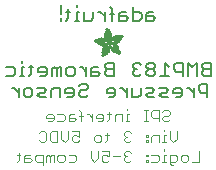
<source format=gbr>
G04 EAGLE Gerber RS-274X export*
G75*
%MOMM*%
%FSLAX34Y34*%
%LPD*%
%INSilkscreen Bottom*%
%IPPOS*%
%AMOC8*
5,1,8,0,0,1.08239X$1,22.5*%
G01*
%ADD10C,0.152400*%
%ADD11C,0.101600*%
%ADD12C,0.127000*%
%ADD13R,0.034300X0.003800*%
%ADD14R,0.057200X0.003800*%
%ADD15R,0.076200X0.003800*%
%ADD16R,0.091400X0.003800*%
%ADD17R,0.102900X0.003800*%
%ADD18R,0.114300X0.003900*%
%ADD19R,0.129500X0.003800*%
%ADD20R,0.137200X0.003800*%
%ADD21R,0.144800X0.003800*%
%ADD22R,0.152400X0.003800*%
%ADD23R,0.160000X0.003800*%
%ADD24R,0.171500X0.003800*%
%ADD25R,0.175300X0.003800*%
%ADD26R,0.182900X0.003800*%
%ADD27R,0.190500X0.003800*%
%ADD28R,0.194300X0.003900*%
%ADD29R,0.201900X0.003800*%
%ADD30R,0.209500X0.003800*%
%ADD31R,0.213400X0.003800*%
%ADD32R,0.221000X0.003800*%
%ADD33R,0.224800X0.003800*%
%ADD34R,0.232400X0.003800*%
%ADD35R,0.240000X0.003800*%
%ADD36R,0.243800X0.003800*%
%ADD37R,0.247600X0.003800*%
%ADD38R,0.255300X0.003900*%
%ADD39R,0.259100X0.003800*%
%ADD40R,0.262900X0.003800*%
%ADD41R,0.270500X0.003800*%
%ADD42R,0.274300X0.003800*%
%ADD43R,0.281900X0.003800*%
%ADD44R,0.285700X0.003800*%
%ADD45R,0.289500X0.003800*%
%ADD46R,0.297200X0.003800*%
%ADD47R,0.301000X0.003800*%
%ADD48R,0.304800X0.003900*%
%ADD49R,0.312400X0.003800*%
%ADD50R,0.316200X0.003800*%
%ADD51R,0.320000X0.003800*%
%ADD52R,0.327600X0.003800*%
%ADD53R,0.331500X0.003800*%
%ADD54R,0.339100X0.003800*%
%ADD55R,0.342900X0.003800*%
%ADD56R,0.346700X0.003800*%
%ADD57R,0.354300X0.003800*%
%ADD58R,0.358100X0.003900*%
%ADD59R,0.361900X0.003800*%
%ADD60R,0.369600X0.003800*%
%ADD61R,0.373400X0.003800*%
%ADD62R,0.377200X0.003800*%
%ADD63R,0.384800X0.003800*%
%ADD64R,0.388600X0.003800*%
%ADD65R,0.396200X0.003800*%
%ADD66R,0.400000X0.003800*%
%ADD67R,0.403800X0.003800*%
%ADD68R,0.411500X0.003900*%
%ADD69R,0.415300X0.003800*%
%ADD70R,0.419100X0.003800*%
%ADD71R,0.045700X0.003800*%
%ADD72R,0.426700X0.003800*%
%ADD73R,0.072400X0.003800*%
%ADD74R,0.430500X0.003800*%
%ADD75R,0.095300X0.003800*%
%ADD76R,0.438100X0.003800*%
%ADD77R,0.110500X0.003800*%
%ADD78R,0.441900X0.003800*%
%ADD79R,0.445800X0.003800*%
%ADD80R,0.144700X0.003800*%
%ADD81R,0.453400X0.003800*%
%ADD82R,0.457200X0.003800*%
%ADD83R,0.175300X0.003900*%
%ADD84R,0.461000X0.003900*%
%ADD85R,0.468600X0.003800*%
%ADD86R,0.205800X0.003800*%
%ADD87R,0.472400X0.003800*%
%ADD88R,0.217200X0.003800*%
%ADD89R,0.476200X0.003800*%
%ADD90R,0.483900X0.003800*%
%ADD91R,0.247700X0.003800*%
%ADD92R,0.487700X0.003800*%
%ADD93R,0.495300X0.003800*%
%ADD94R,0.499100X0.003800*%
%ADD95R,0.502900X0.003800*%
%ADD96R,0.510500X0.003800*%
%ADD97R,0.308600X0.003900*%
%ADD98R,0.514300X0.003900*%
%ADD99R,0.323800X0.003800*%
%ADD100R,0.518100X0.003800*%
%ADD101R,0.335300X0.003800*%
%ADD102R,0.525800X0.003800*%
%ADD103R,0.529600X0.003800*%
%ADD104R,0.358100X0.003800*%
%ADD105R,0.533400X0.003800*%
%ADD106R,0.537200X0.003800*%
%ADD107R,0.381000X0.003800*%
%ADD108R,0.544800X0.003800*%
%ADD109R,0.392400X0.003800*%
%ADD110R,0.548600X0.003800*%
%ADD111R,0.552400X0.003800*%
%ADD112R,0.556200X0.003800*%
%ADD113R,0.422900X0.003900*%
%ADD114R,0.560100X0.003900*%
%ADD115R,0.434300X0.003800*%
%ADD116R,0.563900X0.003800*%
%ADD117R,0.567700X0.003800*%
%ADD118R,0.461000X0.003800*%
%ADD119R,0.571500X0.003800*%
%ADD120R,0.575300X0.003800*%
%ADD121R,0.480100X0.003800*%
%ADD122R,0.579100X0.003800*%
%ADD123R,0.491500X0.003800*%
%ADD124R,0.582900X0.003800*%
%ADD125R,0.586700X0.003800*%
%ADD126R,0.510600X0.003800*%
%ADD127R,0.590500X0.003800*%
%ADD128R,0.522000X0.003800*%
%ADD129R,0.594300X0.003800*%
%ADD130R,0.533400X0.003900*%
%ADD131R,0.598200X0.003900*%
%ADD132R,0.541000X0.003800*%
%ADD133R,0.602000X0.003800*%
%ADD134R,0.552500X0.003800*%
%ADD135R,0.605800X0.003800*%
%ADD136R,0.560100X0.003800*%
%ADD137R,0.609600X0.003800*%
%ADD138R,0.613400X0.003800*%
%ADD139R,0.583000X0.003800*%
%ADD140R,0.617200X0.003800*%
%ADD141R,0.594400X0.003800*%
%ADD142R,0.621000X0.003800*%
%ADD143R,0.598200X0.003800*%
%ADD144R,0.624800X0.003800*%
%ADD145R,0.613500X0.003900*%
%ADD146R,0.628600X0.003900*%
%ADD147R,0.632400X0.003800*%
%ADD148R,0.628600X0.003800*%
%ADD149R,0.636300X0.003800*%
%ADD150R,0.640100X0.003800*%
%ADD151R,0.636200X0.003800*%
%ADD152R,0.643900X0.003800*%
%ADD153R,0.647700X0.003800*%
%ADD154R,0.651500X0.003800*%
%ADD155R,0.659100X0.003800*%
%ADD156R,0.659100X0.003900*%
%ADD157R,0.655300X0.003900*%
%ADD158R,0.662900X0.003800*%
%ADD159R,0.655300X0.003800*%
%ADD160R,0.670500X0.003800*%
%ADD161R,0.670600X0.003800*%
%ADD162R,0.674400X0.003800*%
%ADD163R,0.682000X0.003800*%
%ADD164R,0.666700X0.003800*%
%ADD165R,0.685800X0.003800*%
%ADD166R,0.689600X0.003800*%
%ADD167R,0.693400X0.003900*%
%ADD168R,0.674400X0.003900*%
%ADD169R,0.697200X0.003800*%
%ADD170R,0.678200X0.003800*%
%ADD171R,0.697300X0.003800*%
%ADD172R,0.701100X0.003800*%
%ADD173R,0.704900X0.003800*%
%ADD174R,0.708700X0.003800*%
%ADD175R,0.712500X0.003800*%
%ADD176R,0.716300X0.003800*%
%ADD177R,0.720100X0.003900*%
%ADD178R,0.689600X0.003900*%
%ADD179R,0.720000X0.003800*%
%ADD180R,0.693400X0.003800*%
%ADD181R,0.723900X0.003800*%
%ADD182R,0.727700X0.003800*%
%ADD183R,0.731500X0.003800*%
%ADD184R,0.701000X0.003800*%
%ADD185R,0.735300X0.003800*%
%ADD186R,0.731500X0.003900*%
%ADD187R,0.701000X0.003900*%
%ADD188R,0.704800X0.003800*%
%ADD189R,0.739100X0.003800*%
%ADD190R,0.743000X0.003800*%
%ADD191R,0.739200X0.003800*%
%ADD192R,0.743000X0.003900*%
%ADD193R,0.704800X0.003900*%
%ADD194R,0.746800X0.003800*%
%ADD195R,0.746800X0.003900*%
%ADD196R,0.742900X0.003800*%
%ADD197R,0.746700X0.003800*%
%ADD198R,0.746700X0.003900*%
%ADD199R,1.428800X0.003800*%
%ADD200R,1.424900X0.003800*%
%ADD201R,1.421100X0.003900*%
%ADD202R,1.421100X0.003800*%
%ADD203R,1.417300X0.003800*%
%ADD204R,1.413500X0.003800*%
%ADD205R,1.409700X0.003800*%
%ADD206R,1.405900X0.003800*%
%ADD207R,1.402100X0.003800*%
%ADD208R,1.398300X0.003800*%
%ADD209R,0.983000X0.003900*%
%ADD210R,0.384800X0.003900*%
%ADD211R,0.971600X0.003800*%
%ADD212R,0.963900X0.003800*%
%ADD213R,0.956300X0.003800*%
%ADD214R,0.365800X0.003800*%
%ADD215R,0.952500X0.003800*%
%ADD216R,0.941000X0.003800*%
%ADD217R,0.358200X0.003800*%
%ADD218R,0.937200X0.003800*%
%ADD219R,0.933400X0.003800*%
%ADD220R,0.354400X0.003800*%
%ADD221R,0.925800X0.003800*%
%ADD222R,0.350500X0.003800*%
%ADD223R,0.922000X0.003800*%
%ADD224R,0.918200X0.003900*%
%ADD225R,0.346700X0.003900*%
%ADD226R,0.910600X0.003800*%
%ADD227R,0.906800X0.003800*%
%ADD228R,0.903000X0.003800*%
%ADD229R,0.339000X0.003800*%
%ADD230R,0.895300X0.003800*%
%ADD231R,0.335200X0.003800*%
%ADD232R,0.887700X0.003800*%
%ADD233R,0.883900X0.003800*%
%ADD234R,0.331400X0.003800*%
%ADD235R,0.880100X0.003800*%
%ADD236R,0.876300X0.003800*%
%ADD237R,0.468600X0.003900*%
%ADD238R,0.396200X0.003900*%
%ADD239R,0.323800X0.003900*%
%ADD240R,0.449600X0.003800*%
%ADD241R,0.323900X0.003800*%
%ADD242R,0.442000X0.003800*%
%ADD243R,0.434400X0.003800*%
%ADD244R,0.320100X0.003800*%
%ADD245R,0.316300X0.003800*%
%ADD246R,0.426800X0.003800*%
%ADD247R,0.327700X0.003800*%
%ADD248R,0.312500X0.003800*%
%ADD249R,0.422900X0.003800*%
%ADD250R,0.308600X0.003800*%
%ADD251R,0.293400X0.003800*%
%ADD252R,0.304800X0.003800*%
%ADD253R,0.419100X0.003900*%
%ADD254R,0.285700X0.003900*%
%ADD255R,0.301000X0.003900*%
%ADD256R,0.411500X0.003800*%
%ADD257R,0.407700X0.003800*%
%ADD258R,0.289600X0.003800*%
%ADD259R,0.285800X0.003800*%
%ADD260R,0.403900X0.003800*%
%ADD261R,0.228600X0.003800*%
%ADD262R,0.403900X0.003900*%
%ADD263R,0.221000X0.003900*%
%ADD264R,0.278100X0.003900*%
%ADD265R,0.400100X0.003800*%
%ADD266R,0.209600X0.003800*%
%ADD267R,0.266700X0.003800*%
%ADD268R,0.038100X0.003800*%
%ADD269R,0.194300X0.003800*%
%ADD270R,0.148600X0.003800*%
%ADD271R,0.259000X0.003800*%
%ADD272R,0.182800X0.003800*%
%ADD273R,0.186700X0.003800*%
%ADD274R,0.251400X0.003800*%
%ADD275R,0.179100X0.003800*%
%ADD276R,0.236200X0.003800*%
%ADD277R,0.243900X0.003900*%
%ADD278R,0.282000X0.003900*%
%ADD279R,0.167700X0.003800*%
%ADD280R,0.236300X0.003800*%
%ADD281R,0.396300X0.003800*%
%ADD282R,0.163900X0.003800*%
%ADD283R,0.392500X0.003800*%
%ADD284R,0.160100X0.003800*%
%ADD285R,0.586800X0.003800*%
%ADD286R,0.148500X0.003800*%
%ADD287R,0.140900X0.003800*%
%ADD288R,0.392400X0.003900*%
%ADD289R,0.140900X0.003900*%
%ADD290R,0.647700X0.003900*%
%ADD291R,0.133300X0.003800*%
%ADD292R,0.674300X0.003800*%
%ADD293R,0.388700X0.003800*%
%ADD294R,0.125700X0.003800*%
%ADD295R,0.121900X0.003800*%
%ADD296R,0.720100X0.003800*%
%ADD297R,0.118100X0.003800*%
%ADD298R,0.118100X0.003900*%
%ADD299R,0.739100X0.003900*%
%ADD300R,0.114300X0.003800*%
%ADD301R,0.754400X0.003800*%
%ADD302R,0.765800X0.003800*%
%ADD303R,0.773400X0.003800*%
%ADD304R,0.784800X0.003800*%
%ADD305R,0.118200X0.003800*%
%ADD306R,0.792500X0.003800*%
%ADD307R,0.803900X0.003800*%
%ADD308R,0.122000X0.003800*%
%ADD309R,0.815400X0.003800*%
%ADD310R,0.125800X0.003800*%
%ADD311R,0.826800X0.003800*%
%ADD312R,0.369500X0.003900*%
%ADD313R,0.133400X0.003900*%
%ADD314R,0.842000X0.003900*%
%ADD315R,0.365700X0.003800*%
%ADD316R,1.009700X0.003800*%
%ADD317R,1.013500X0.003800*%
%ADD318R,0.362000X0.003800*%
%ADD319R,1.024900X0.003800*%
%ADD320R,1.028700X0.003800*%
%ADD321R,1.036300X0.003800*%
%ADD322R,1.047800X0.003800*%
%ADD323R,1.055400X0.003800*%
%ADD324R,1.070600X0.003800*%
%ADD325R,0.030500X0.003800*%
%ADD326R,1.436400X0.003800*%
%ADD327R,1.562100X0.003900*%
%ADD328R,1.588700X0.003800*%
%ADD329R,1.607800X0.003800*%
%ADD330R,1.626900X0.003800*%
%ADD331R,1.642100X0.003800*%
%ADD332R,1.657400X0.003800*%
%ADD333R,1.676400X0.003800*%
%ADD334R,1.687800X0.003800*%
%ADD335R,1.703000X0.003800*%
%ADD336R,1.714500X0.003800*%
%ADD337R,1.726000X0.003900*%
%ADD338R,1.741200X0.003800*%
%ADD339R,0.914400X0.003800*%
%ADD340R,0.769600X0.003800*%
%ADD341R,0.884000X0.003800*%
%ADD342R,0.712400X0.003800*%
%ADD343R,0.880100X0.003900*%
%ADD344R,0.887800X0.003800*%
%ADD345R,0.891600X0.003800*%
%ADD346R,0.895400X0.003800*%
%ADD347R,0.251500X0.003800*%
%ADD348R,0.579200X0.003900*%
%ADD349R,0.243900X0.003800*%
%ADD350R,0.556300X0.003800*%
%ADD351R,0.255200X0.003800*%
%ADD352R,0.529500X0.003800*%
%ADD353R,0.731600X0.003800*%
%ADD354R,0.525800X0.003900*%
%ADD355R,0.281900X0.003900*%
%ADD356R,0.735400X0.003900*%
%ADD357R,0.300900X0.003800*%
%ADD358R,0.762000X0.003800*%
%ADD359R,0.518200X0.003800*%
%ADD360R,0.350600X0.003800*%
%ADD361R,0.796300X0.003800*%
%ADD362R,0.807800X0.003800*%
%ADD363R,0.506700X0.003800*%
%ADD364R,0.849600X0.003800*%
%ADD365R,0.506700X0.003900*%
%ADD366R,1.371600X0.003900*%
%ADD367R,1.207800X0.003800*%
%ADD368R,0.503000X0.003800*%
%ADD369R,0.141000X0.003800*%
%ADD370R,1.203900X0.003800*%
%ADD371R,1.204000X0.003800*%
%ADD372R,1.200200X0.003800*%
%ADD373R,0.499100X0.003900*%
%ADD374R,0.156200X0.003900*%
%ADD375R,1.196400X0.003900*%
%ADD376R,1.196400X0.003800*%
%ADD377R,0.163800X0.003800*%
%ADD378R,0.167600X0.003800*%
%ADD379R,1.192500X0.003800*%
%ADD380R,0.499200X0.003800*%
%ADD381R,1.188700X0.003800*%
%ADD382R,0.506800X0.003800*%
%ADD383R,1.184900X0.003800*%
%ADD384R,0.510600X0.003900*%
%ADD385R,0.209600X0.003900*%
%ADD386R,1.181100X0.003900*%
%ADD387R,0.514400X0.003800*%
%ADD388R,1.181100X0.003800*%
%ADD389R,1.177300X0.003800*%
%ADD390R,0.240100X0.003800*%
%ADD391R,1.173500X0.003800*%
%ADD392R,1.169700X0.003800*%
%ADD393R,1.165900X0.003800*%
%ADD394R,1.162100X0.003800*%
%ADD395R,0.929700X0.003900*%
%ADD396R,1.162100X0.003900*%
%ADD397R,0.929700X0.003800*%
%ADD398R,1.154500X0.003800*%
%ADD399R,0.933500X0.003800*%
%ADD400R,1.150600X0.003800*%
%ADD401R,0.937300X0.003800*%
%ADD402R,1.146800X0.003800*%
%ADD403R,0.941100X0.003800*%
%ADD404R,1.139200X0.003800*%
%ADD405R,0.944900X0.003800*%
%ADD406R,1.135400X0.003800*%
%ADD407R,0.948700X0.003800*%
%ADD408R,1.127800X0.003800*%
%ADD409R,1.124000X0.003800*%
%ADD410R,1.116400X0.003800*%
%ADD411R,0.956300X0.003900*%
%ADD412R,1.104900X0.003900*%
%ADD413R,0.960100X0.003800*%
%ADD414R,1.093500X0.003800*%
%ADD415R,1.085900X0.003800*%
%ADD416R,0.967800X0.003800*%
%ADD417R,1.074500X0.003800*%
%ADD418R,1.063000X0.003800*%
%ADD419R,0.975400X0.003800*%
%ADD420R,1.036400X0.003800*%
%ADD421R,0.979200X0.003800*%
%ADD422R,1.021000X0.003800*%
%ADD423R,0.983000X0.003800*%
%ADD424R,1.009600X0.003800*%
%ADD425R,0.986800X0.003800*%
%ADD426R,0.998200X0.003800*%
%ADD427R,0.990600X0.003900*%
%ADD428R,0.986700X0.003900*%
%ADD429R,0.994400X0.003800*%
%ADD430R,0.975300X0.003800*%
%ADD431R,0.948600X0.003800*%
%ADD432R,1.002000X0.003800*%
%ADD433R,0.213300X0.003800*%
%ADD434R,0.217100X0.003800*%
%ADD435R,1.017300X0.003800*%
%ADD436R,0.666800X0.003800*%
%ADD437R,0.220900X0.003800*%
%ADD438R,1.028700X0.003900*%
%ADD439R,0.224700X0.003900*%
%ADD440R,1.032500X0.003800*%
%ADD441R,1.040100X0.003800*%
%ADD442R,1.043900X0.003800*%
%ADD443R,0.548700X0.003800*%
%ADD444R,1.051500X0.003800*%
%ADD445R,1.055300X0.003800*%
%ADD446R,1.059100X0.003800*%
%ADD447R,1.062900X0.003800*%
%ADD448R,0.255300X0.003800*%
%ADD449R,1.066800X0.003900*%
%ADD450R,0.259100X0.003900*%
%ADD451R,0.457200X0.003900*%
%ADD452R,0.423000X0.003800*%
%ADD453R,1.082100X0.003800*%
%ADD454R,0.274400X0.003800*%
%ADD455R,0.278200X0.003800*%
%ADD456R,1.101100X0.003800*%
%ADD457R,0.278100X0.003800*%
%ADD458R,0.876300X0.003900*%
%ADD459R,0.236200X0.003900*%
%ADD460R,0.289600X0.003900*%
%ADD461R,0.247700X0.003900*%
%ADD462R,0.049500X0.003800*%
%ADD463R,0.640100X0.003900*%
%ADD464R,0.659200X0.003800*%
%ADD465R,0.663000X0.003800*%
%ADD466R,0.872500X0.003900*%
%ADD467R,0.666800X0.003900*%
%ADD468R,0.872500X0.003800*%
%ADD469R,0.868700X0.003800*%
%ADD470R,0.864900X0.003800*%
%ADD471R,0.861100X0.003800*%
%ADD472R,0.857300X0.003800*%
%ADD473R,0.853400X0.003800*%
%ADD474R,0.845800X0.003800*%
%ADD475R,0.682000X0.003900*%
%ADD476R,0.842000X0.003800*%
%ADD477R,0.834400X0.003800*%
%ADD478R,0.823000X0.003800*%
%ADD479R,0.815300X0.003800*%
%ADD480R,0.811500X0.003800*%
%ADD481R,0.788700X0.003800*%
%ADD482R,0.777300X0.003900*%
%ADD483R,0.750600X0.003800*%
%ADD484R,0.735400X0.003800*%
%ADD485R,0.727800X0.003800*%
%ADD486R,0.628700X0.003800*%
%ADD487R,0.575400X0.003800*%
%ADD488R,0.670600X0.003900*%
%ADD489R,0.655400X0.003800*%
%ADD490R,0.651500X0.003900*%
%ADD491R,0.624800X0.003900*%
%ADD492R,0.594400X0.003900*%
%ADD493R,0.563900X0.003900*%
%ADD494R,0.541100X0.003800*%
%ADD495R,0.537300X0.003800*%
%ADD496R,0.525700X0.003800*%
%ADD497R,0.525700X0.003900*%
%ADD498R,0.514300X0.003800*%
%ADD499R,0.480100X0.003900*%
%ADD500R,0.464800X0.003800*%
%ADD501R,0.442000X0.003900*%
%ADD502R,0.438200X0.003800*%
%ADD503R,0.430600X0.003800*%
%ADD504R,0.407600X0.003800*%
%ADD505R,0.403800X0.003900*%
%ADD506R,0.365700X0.003900*%
%ADD507R,0.327700X0.003900*%
%ADD508R,0.243800X0.003900*%
%ADD509R,0.205800X0.003900*%
%ADD510R,0.198100X0.003800*%
%ADD511R,0.163800X0.003900*%
%ADD512R,0.137100X0.003800*%
%ADD513R,0.091500X0.003900*%
%ADD514R,0.060900X0.003800*%


D10*
X175547Y111252D02*
X175547Y122438D01*
X169955Y122438D01*
X168090Y120573D01*
X168090Y118709D01*
X169955Y116845D01*
X168090Y114981D01*
X168090Y113116D01*
X169955Y111252D01*
X175547Y111252D01*
X175547Y116845D02*
X169955Y116845D01*
X163853Y111252D02*
X163853Y122438D01*
X160125Y118709D01*
X156396Y122438D01*
X156396Y111252D01*
X152160Y111252D02*
X152160Y122438D01*
X146567Y122438D01*
X144702Y120573D01*
X144702Y116845D01*
X146567Y114981D01*
X152160Y114981D01*
X140466Y118709D02*
X136737Y122438D01*
X136737Y111252D01*
X133009Y111252D02*
X140466Y111252D01*
X128772Y120573D02*
X126907Y122438D01*
X123179Y122438D01*
X121315Y120573D01*
X121315Y118709D01*
X123179Y116845D01*
X121315Y114981D01*
X121315Y113116D01*
X123179Y111252D01*
X126907Y111252D01*
X128772Y113116D01*
X128772Y114981D01*
X126907Y116845D01*
X128772Y118709D01*
X128772Y120573D01*
X126907Y116845D02*
X123179Y116845D01*
X117078Y120573D02*
X115213Y122438D01*
X111485Y122438D01*
X109621Y120573D01*
X109621Y118709D01*
X111485Y116845D01*
X113349Y116845D01*
X111485Y116845D02*
X109621Y114981D01*
X109621Y113116D01*
X111485Y111252D01*
X115213Y111252D01*
X117078Y113116D01*
X93690Y111252D02*
X93690Y122438D01*
X88097Y122438D01*
X86233Y120573D01*
X86233Y118709D01*
X88097Y116845D01*
X86233Y114981D01*
X86233Y113116D01*
X88097Y111252D01*
X93690Y111252D01*
X93690Y116845D02*
X88097Y116845D01*
X80131Y118709D02*
X76403Y118709D01*
X74539Y116845D01*
X74539Y111252D01*
X80131Y111252D01*
X81996Y113116D01*
X80131Y114981D01*
X74539Y114981D01*
X70302Y118709D02*
X70302Y111252D01*
X70302Y114981D02*
X66573Y118709D01*
X64709Y118709D01*
X58693Y111252D02*
X54964Y111252D01*
X53100Y113116D01*
X53100Y116845D01*
X54964Y118709D01*
X58693Y118709D01*
X60557Y116845D01*
X60557Y113116D01*
X58693Y111252D01*
X48863Y111252D02*
X48863Y118709D01*
X46999Y118709D01*
X45134Y116845D01*
X45134Y111252D01*
X45134Y116845D02*
X43270Y118709D01*
X41406Y116845D01*
X41406Y111252D01*
X35305Y111252D02*
X31576Y111252D01*
X35305Y111252D02*
X37169Y113116D01*
X37169Y116845D01*
X35305Y118709D01*
X31576Y118709D01*
X29712Y116845D01*
X29712Y114981D01*
X37169Y114981D01*
X23611Y113116D02*
X23611Y120573D01*
X23611Y113116D02*
X21746Y111252D01*
X21746Y118709D02*
X25475Y118709D01*
X17679Y118709D02*
X15815Y118709D01*
X15815Y111252D01*
X17679Y111252D02*
X13950Y111252D01*
X15815Y122438D02*
X15815Y124302D01*
X8019Y118709D02*
X2426Y118709D01*
X8019Y118709D02*
X9883Y116845D01*
X9883Y113116D01*
X8019Y111252D01*
X2426Y111252D01*
X172919Y104658D02*
X172919Y93472D01*
X172919Y104658D02*
X167327Y104658D01*
X165462Y102793D01*
X165462Y99065D01*
X167327Y97201D01*
X172919Y97201D01*
X161225Y100929D02*
X161225Y93472D01*
X161225Y97201D02*
X157497Y100929D01*
X155633Y100929D01*
X149616Y93472D02*
X145888Y93472D01*
X149616Y93472D02*
X151481Y95336D01*
X151481Y99065D01*
X149616Y100929D01*
X145888Y100929D01*
X144023Y99065D01*
X144023Y97201D01*
X151481Y97201D01*
X139787Y93472D02*
X134194Y93472D01*
X132330Y95336D01*
X134194Y97201D01*
X137922Y97201D01*
X139787Y99065D01*
X137922Y100929D01*
X132330Y100929D01*
X128093Y93472D02*
X122500Y93472D01*
X120636Y95336D01*
X122500Y97201D01*
X126228Y97201D01*
X128093Y99065D01*
X126228Y100929D01*
X120636Y100929D01*
X116399Y100929D02*
X116399Y95336D01*
X114534Y93472D01*
X108942Y93472D01*
X108942Y100929D01*
X104705Y100929D02*
X104705Y93472D01*
X104705Y97201D02*
X100976Y100929D01*
X99112Y100929D01*
X93095Y93472D02*
X89367Y93472D01*
X93095Y93472D02*
X94960Y95336D01*
X94960Y99065D01*
X93095Y100929D01*
X89367Y100929D01*
X87503Y99065D01*
X87503Y97201D01*
X94960Y97201D01*
X65979Y104658D02*
X64115Y102793D01*
X65979Y104658D02*
X69707Y104658D01*
X71572Y102793D01*
X71572Y100929D01*
X69707Y99065D01*
X65979Y99065D01*
X64115Y97201D01*
X64115Y95336D01*
X65979Y93472D01*
X69707Y93472D01*
X71572Y95336D01*
X58014Y93472D02*
X54285Y93472D01*
X58014Y93472D02*
X59878Y95336D01*
X59878Y99065D01*
X58014Y100929D01*
X54285Y100929D01*
X52421Y99065D01*
X52421Y97201D01*
X59878Y97201D01*
X48184Y100929D02*
X48184Y93472D01*
X48184Y100929D02*
X42591Y100929D01*
X40727Y99065D01*
X40727Y93472D01*
X36490Y93472D02*
X30897Y93472D01*
X29033Y95336D01*
X30897Y97201D01*
X34626Y97201D01*
X36490Y99065D01*
X34626Y100929D01*
X29033Y100929D01*
X22932Y93472D02*
X19203Y93472D01*
X17339Y95336D01*
X17339Y99065D01*
X19203Y100929D01*
X22932Y100929D01*
X24796Y99065D01*
X24796Y95336D01*
X22932Y93472D01*
X13102Y93472D02*
X13102Y100929D01*
X13102Y97201D02*
X9373Y100929D01*
X7509Y100929D01*
D11*
X147151Y64270D02*
X147151Y58169D01*
X144101Y55118D01*
X141050Y58169D01*
X141050Y64270D01*
X137796Y61219D02*
X136271Y61219D01*
X136271Y55118D01*
X137796Y55118D02*
X134745Y55118D01*
X136271Y64270D02*
X136271Y65795D01*
X131559Y61219D02*
X131559Y55118D01*
X131559Y61219D02*
X126983Y61219D01*
X125458Y59694D01*
X125458Y55118D01*
X122204Y61219D02*
X120679Y61219D01*
X120679Y59694D01*
X122204Y59694D01*
X122204Y61219D01*
X122204Y56643D02*
X120679Y56643D01*
X120679Y55118D01*
X122204Y55118D01*
X122204Y56643D01*
X108171Y62745D02*
X106646Y64270D01*
X103595Y64270D01*
X102070Y62745D01*
X102070Y61219D01*
X103595Y59694D01*
X105121Y59694D01*
X103595Y59694D02*
X102070Y58169D01*
X102070Y56643D01*
X103595Y55118D01*
X106646Y55118D01*
X108171Y56643D01*
X87936Y56643D02*
X87936Y62745D01*
X87936Y56643D02*
X86410Y55118D01*
X86410Y61219D02*
X89461Y61219D01*
X81699Y55118D02*
X78648Y55118D01*
X77123Y56643D01*
X77123Y59694D01*
X78648Y61219D01*
X81699Y61219D01*
X83224Y59694D01*
X83224Y56643D01*
X81699Y55118D01*
X64514Y64270D02*
X58413Y64270D01*
X64514Y64270D02*
X64514Y59694D01*
X61463Y61219D01*
X59938Y61219D01*
X58413Y59694D01*
X58413Y56643D01*
X59938Y55118D01*
X62988Y55118D01*
X64514Y56643D01*
X55159Y58169D02*
X55159Y64270D01*
X55159Y58169D02*
X52108Y55118D01*
X49057Y58169D01*
X49057Y64270D01*
X45803Y64270D02*
X45803Y55118D01*
X41227Y55118D01*
X39702Y56643D01*
X39702Y62745D01*
X41227Y64270D01*
X45803Y64270D01*
X31872Y64270D02*
X30347Y62745D01*
X31872Y64270D02*
X34923Y64270D01*
X36448Y62745D01*
X36448Y56643D01*
X34923Y55118D01*
X31872Y55118D01*
X30347Y56643D01*
X165862Y47760D02*
X165862Y38608D01*
X159760Y38608D01*
X154981Y38608D02*
X151930Y38608D01*
X150405Y40133D01*
X150405Y43184D01*
X151930Y44709D01*
X154981Y44709D01*
X156506Y43184D01*
X156506Y40133D01*
X154981Y38608D01*
X144101Y35557D02*
X142575Y35557D01*
X141050Y37083D01*
X141050Y44709D01*
X145626Y44709D01*
X147151Y43184D01*
X147151Y40133D01*
X145626Y38608D01*
X141050Y38608D01*
X137796Y44709D02*
X136271Y44709D01*
X136271Y38608D01*
X137796Y38608D02*
X134745Y38608D01*
X136271Y47760D02*
X136271Y49285D01*
X130034Y44709D02*
X125458Y44709D01*
X130034Y44709D02*
X131559Y43184D01*
X131559Y40133D01*
X130034Y38608D01*
X125458Y38608D01*
X122204Y44709D02*
X120679Y44709D01*
X120679Y43184D01*
X122204Y43184D01*
X122204Y44709D01*
X122204Y40133D02*
X120679Y40133D01*
X120679Y38608D01*
X122204Y38608D01*
X122204Y40133D01*
X108171Y46235D02*
X106646Y47760D01*
X103595Y47760D01*
X102070Y46235D01*
X102070Y44709D01*
X103595Y43184D01*
X105121Y43184D01*
X103595Y43184D02*
X102070Y41659D01*
X102070Y40133D01*
X103595Y38608D01*
X106646Y38608D01*
X108171Y40133D01*
X98816Y43184D02*
X92715Y43184D01*
X89461Y47760D02*
X83360Y47760D01*
X89461Y47760D02*
X89461Y43184D01*
X86410Y44709D01*
X84885Y44709D01*
X83360Y43184D01*
X83360Y40133D01*
X84885Y38608D01*
X87936Y38608D01*
X89461Y40133D01*
X80106Y41659D02*
X80106Y47760D01*
X80106Y41659D02*
X77055Y38608D01*
X74005Y41659D01*
X74005Y47760D01*
X59870Y44709D02*
X55294Y44709D01*
X59870Y44709D02*
X61395Y43184D01*
X61395Y40133D01*
X59870Y38608D01*
X55294Y38608D01*
X50515Y38608D02*
X47464Y38608D01*
X45939Y40133D01*
X45939Y43184D01*
X47464Y44709D01*
X50515Y44709D01*
X52040Y43184D01*
X52040Y40133D01*
X50515Y38608D01*
X42685Y38608D02*
X42685Y44709D01*
X41160Y44709D01*
X39634Y43184D01*
X39634Y38608D01*
X39634Y43184D02*
X38109Y44709D01*
X36584Y43184D01*
X36584Y38608D01*
X33330Y35557D02*
X33330Y44709D01*
X28754Y44709D01*
X27229Y43184D01*
X27229Y40133D01*
X28754Y38608D01*
X33330Y38608D01*
X22449Y44709D02*
X19399Y44709D01*
X17873Y43184D01*
X17873Y38608D01*
X22449Y38608D01*
X23975Y40133D01*
X22449Y41659D01*
X17873Y41659D01*
X13094Y40133D02*
X13094Y46235D01*
X13094Y40133D02*
X11569Y38608D01*
X11569Y44709D02*
X14619Y44709D01*
D12*
X123185Y165742D02*
X126998Y165742D01*
X123185Y165742D02*
X121279Y163835D01*
X121279Y158115D01*
X126998Y158115D01*
X128905Y160022D01*
X126998Y161928D01*
X121279Y161928D01*
X109585Y158115D02*
X109585Y169555D01*
X109585Y158115D02*
X115304Y158115D01*
X117211Y160022D01*
X117211Y163835D01*
X115304Y165742D01*
X109585Y165742D01*
X103610Y165742D02*
X99797Y165742D01*
X97891Y163835D01*
X97891Y158115D01*
X103610Y158115D01*
X105517Y160022D01*
X103610Y161928D01*
X97891Y161928D01*
X91916Y158115D02*
X91916Y167648D01*
X90010Y169555D01*
X90010Y163835D02*
X93823Y163835D01*
X86027Y165742D02*
X86027Y158115D01*
X86027Y161928D02*
X82214Y165742D01*
X80307Y165742D01*
X76282Y165742D02*
X76282Y160022D01*
X74376Y158115D01*
X68656Y158115D01*
X68656Y165742D01*
X64588Y165742D02*
X62682Y165742D01*
X62682Y158115D01*
X64588Y158115D02*
X60775Y158115D01*
X62682Y169555D02*
X62682Y171461D01*
X54886Y167648D02*
X54886Y160022D01*
X52979Y158115D01*
X52979Y165742D02*
X56792Y165742D01*
X48996Y160022D02*
X48996Y158115D01*
X48996Y163835D02*
X48996Y171461D01*
D11*
X136338Y82050D02*
X134813Y80525D01*
X136338Y82050D02*
X139389Y82050D01*
X140914Y80525D01*
X140914Y78999D01*
X139389Y77474D01*
X136338Y77474D01*
X134813Y75949D01*
X134813Y74423D01*
X136338Y72898D01*
X139389Y72898D01*
X140914Y74423D01*
X131559Y72898D02*
X131559Y82050D01*
X126983Y82050D01*
X125458Y80525D01*
X125458Y77474D01*
X126983Y75949D01*
X131559Y75949D01*
X122204Y72898D02*
X119153Y72898D01*
X120679Y72898D02*
X120679Y82050D01*
X122204Y82050D02*
X119153Y82050D01*
X106612Y78999D02*
X105087Y78999D01*
X105087Y72898D01*
X106612Y72898D02*
X103561Y72898D01*
X105087Y82050D02*
X105087Y83575D01*
X100375Y78999D02*
X100375Y72898D01*
X100375Y78999D02*
X95799Y78999D01*
X94274Y77474D01*
X94274Y72898D01*
X89495Y74423D02*
X89495Y80525D01*
X89495Y74423D02*
X87969Y72898D01*
X87969Y78999D02*
X91020Y78999D01*
X83258Y72898D02*
X80207Y72898D01*
X83258Y72898D02*
X84783Y74423D01*
X84783Y77474D01*
X83258Y78999D01*
X80207Y78999D01*
X78682Y77474D01*
X78682Y75949D01*
X84783Y75949D01*
X75428Y72898D02*
X75428Y78999D01*
X75428Y75949D02*
X72378Y78999D01*
X70852Y78999D01*
X66107Y80525D02*
X66107Y72898D01*
X66107Y80525D02*
X64582Y82050D01*
X64582Y77474D02*
X67632Y77474D01*
X59870Y78999D02*
X56819Y78999D01*
X55294Y77474D01*
X55294Y72898D01*
X59870Y72898D01*
X61395Y74423D01*
X59870Y75949D01*
X55294Y75949D01*
X50515Y78999D02*
X45939Y78999D01*
X50515Y78999D02*
X52040Y77474D01*
X52040Y74423D01*
X50515Y72898D01*
X45939Y72898D01*
X41160Y72898D02*
X38109Y72898D01*
X41160Y72898D02*
X42685Y74423D01*
X42685Y77474D01*
X41160Y78999D01*
X38109Y78999D01*
X36584Y77474D01*
X36584Y75949D01*
X42685Y75949D01*
D13*
X84532Y127000D03*
D14*
X84531Y127038D03*
D15*
X84550Y127076D03*
D16*
X84550Y127114D03*
D17*
X84532Y127152D03*
D18*
X84551Y127191D03*
D19*
X84551Y127229D03*
D20*
X84550Y127267D03*
D21*
X84550Y127305D03*
D22*
X84588Y127343D03*
D23*
X84588Y127381D03*
D24*
X84608Y127419D03*
D25*
X84627Y127457D03*
D26*
X84627Y127495D03*
D27*
X84665Y127533D03*
D28*
X84684Y127572D03*
D29*
X84684Y127610D03*
D30*
X84722Y127648D03*
D31*
X84741Y127686D03*
D32*
X84779Y127724D03*
D33*
X84798Y127762D03*
D34*
X84798Y127800D03*
D35*
X84836Y127838D03*
D36*
X84855Y127876D03*
D37*
X84874Y127914D03*
D38*
X84913Y127953D03*
D39*
X84932Y127991D03*
D40*
X84951Y128029D03*
D41*
X84989Y128067D03*
D42*
X85008Y128105D03*
D43*
X85046Y128143D03*
D44*
X85065Y128181D03*
D45*
X85084Y128219D03*
D46*
X85122Y128257D03*
D47*
X85141Y128295D03*
D48*
X85160Y128334D03*
D49*
X85198Y128372D03*
D50*
X85217Y128410D03*
D51*
X85236Y128448D03*
D52*
X85274Y128486D03*
D53*
X85294Y128524D03*
D54*
X85332Y128562D03*
D55*
X85351Y128600D03*
D56*
X85370Y128638D03*
D57*
X85408Y128676D03*
D58*
X85427Y128715D03*
D59*
X85446Y128753D03*
D60*
X85484Y128791D03*
D61*
X85503Y128829D03*
D62*
X85522Y128867D03*
D63*
X85560Y128905D03*
D64*
X85579Y128943D03*
D65*
X85617Y128981D03*
D66*
X85636Y129019D03*
D67*
X85655Y129057D03*
D68*
X85694Y129096D03*
D69*
X85713Y129134D03*
D70*
X85732Y129172D03*
D71*
X98495Y129210D03*
D72*
X85770Y129210D03*
D73*
X98476Y129248D03*
D74*
X85789Y129248D03*
D75*
X98438Y129286D03*
D76*
X85827Y129286D03*
D77*
X98400Y129324D03*
D78*
X85846Y129324D03*
D19*
X98381Y129362D03*
D79*
X85865Y129362D03*
D80*
X98343Y129400D03*
D81*
X85903Y129400D03*
D23*
X98304Y129438D03*
D82*
X85922Y129438D03*
D83*
X98267Y129477D03*
D84*
X85941Y129477D03*
D27*
X98229Y129515D03*
D85*
X85979Y129515D03*
D86*
X98190Y129553D03*
D87*
X85998Y129553D03*
D88*
X98133Y129591D03*
D89*
X86017Y129591D03*
D34*
X98095Y129629D03*
D90*
X86056Y129629D03*
D91*
X98057Y129667D03*
D92*
X86075Y129667D03*
D39*
X98000Y129705D03*
D93*
X86113Y129705D03*
D42*
X97962Y129743D03*
D94*
X86132Y129743D03*
D44*
X97905Y129781D03*
D95*
X86151Y129781D03*
D46*
X97847Y129819D03*
D96*
X86189Y129819D03*
D97*
X97790Y129858D03*
D98*
X86208Y129858D03*
D99*
X97752Y129896D03*
D100*
X86227Y129896D03*
D101*
X97695Y129934D03*
D102*
X86265Y129934D03*
D56*
X97638Y129972D03*
D103*
X86284Y129972D03*
D104*
X97581Y130010D03*
D105*
X86303Y130010D03*
D60*
X97523Y130048D03*
D106*
X86322Y130048D03*
D107*
X97466Y130086D03*
D108*
X86360Y130086D03*
D109*
X97409Y130124D03*
D110*
X86379Y130124D03*
D67*
X97352Y130162D03*
D111*
X86398Y130162D03*
D69*
X97295Y130200D03*
D112*
X86417Y130200D03*
D113*
X97219Y130239D03*
D114*
X86437Y130239D03*
D115*
X97162Y130277D03*
D116*
X86456Y130277D03*
D79*
X97104Y130315D03*
D117*
X86475Y130315D03*
D118*
X97028Y130353D03*
D119*
X86494Y130353D03*
D87*
X96971Y130391D03*
D120*
X86513Y130391D03*
D121*
X96895Y130429D03*
D122*
X86532Y130429D03*
D123*
X96838Y130467D03*
D124*
X86551Y130467D03*
D95*
X96781Y130505D03*
D125*
X86570Y130505D03*
D126*
X96704Y130543D03*
D127*
X86589Y130543D03*
D128*
X96647Y130581D03*
D129*
X86608Y130581D03*
D130*
X96590Y130620D03*
D131*
X86627Y130620D03*
D132*
X96514Y130658D03*
D133*
X86646Y130658D03*
D134*
X96457Y130696D03*
D135*
X86665Y130696D03*
D136*
X96419Y130734D03*
D135*
X86665Y130734D03*
D119*
X96362Y130772D03*
D137*
X86684Y130772D03*
D120*
X96305Y130810D03*
D138*
X86703Y130810D03*
D139*
X96266Y130848D03*
D140*
X86722Y130848D03*
D141*
X96209Y130886D03*
D142*
X86741Y130886D03*
D143*
X96152Y130924D03*
D142*
X86741Y130924D03*
D135*
X96114Y130962D03*
D144*
X86760Y130962D03*
D145*
X96076Y131001D03*
D146*
X86779Y131001D03*
D138*
X96037Y131039D03*
D147*
X86798Y131039D03*
D142*
X95999Y131077D03*
D147*
X86798Y131077D03*
D148*
X95961Y131115D03*
D149*
X86818Y131115D03*
D147*
X95904Y131153D03*
D150*
X86837Y131153D03*
D151*
X95885Y131191D03*
D152*
X86856Y131191D03*
X95847Y131229D03*
X86856Y131229D03*
D153*
X95790Y131267D03*
X86875Y131267D03*
D154*
X95771Y131305D03*
X86894Y131305D03*
D155*
X95733Y131343D03*
D154*
X86894Y131343D03*
D156*
X95695Y131382D03*
D157*
X86913Y131382D03*
D158*
X95676Y131420D03*
D159*
X86913Y131420D03*
D160*
X95638Y131458D03*
D155*
X86932Y131458D03*
D161*
X95599Y131496D03*
D158*
X86951Y131496D03*
D162*
X95580Y131534D03*
D158*
X86951Y131534D03*
D163*
X95542Y131572D03*
D164*
X86970Y131572D03*
D163*
X95504Y131610D03*
D164*
X86970Y131610D03*
D165*
X95485Y131648D03*
D160*
X86989Y131648D03*
D166*
X95466Y131686D03*
D160*
X86989Y131686D03*
D166*
X95428Y131724D03*
D162*
X87008Y131724D03*
D167*
X95409Y131763D03*
D168*
X87008Y131763D03*
D169*
X95390Y131801D03*
D170*
X87027Y131801D03*
D171*
X95352Y131839D03*
D170*
X87027Y131839D03*
D172*
X95333Y131877D03*
D170*
X87027Y131877D03*
D173*
X95314Y131915D03*
D163*
X87046Y131915D03*
D173*
X95276Y131953D03*
D163*
X87046Y131953D03*
D174*
X95257Y131991D03*
D165*
X87065Y131991D03*
D175*
X95238Y132029D03*
D165*
X87065Y132029D03*
D175*
X95200Y132067D03*
D165*
X87065Y132067D03*
D176*
X95181Y132105D03*
D166*
X87084Y132105D03*
D177*
X95162Y132144D03*
D178*
X87084Y132144D03*
D179*
X95123Y132182D03*
D180*
X87103Y132182D03*
D181*
X95104Y132220D03*
D180*
X87103Y132220D03*
D181*
X95104Y132258D03*
D180*
X87103Y132258D03*
D181*
X95066Y132296D03*
D180*
X87103Y132296D03*
D182*
X95047Y132334D03*
D169*
X87122Y132334D03*
D183*
X95028Y132372D03*
D169*
X87122Y132372D03*
D182*
X95009Y132410D03*
D169*
X87122Y132410D03*
D183*
X94990Y132448D03*
D184*
X87141Y132448D03*
D185*
X94971Y132486D03*
D184*
X87141Y132486D03*
D186*
X94952Y132525D03*
D187*
X87141Y132525D03*
D185*
X94933Y132563D03*
D184*
X87141Y132563D03*
D185*
X94933Y132601D03*
D188*
X87160Y132601D03*
D185*
X94895Y132639D03*
D184*
X87179Y132639D03*
D189*
X94876Y132677D03*
D184*
X87179Y132677D03*
D189*
X94876Y132715D03*
D184*
X87179Y132715D03*
D189*
X94838Y132753D03*
D184*
X87179Y132753D03*
D189*
X94838Y132791D03*
D184*
X87179Y132791D03*
D190*
X94818Y132829D03*
D188*
X87198Y132829D03*
D191*
X94799Y132867D03*
D188*
X87198Y132867D03*
D192*
X94780Y132906D03*
D193*
X87198Y132906D03*
D190*
X94780Y132944D03*
D188*
X87198Y132944D03*
D190*
X94742Y132982D03*
D188*
X87198Y132982D03*
D190*
X94742Y133020D03*
D188*
X87198Y133020D03*
D190*
X94742Y133058D03*
D188*
X87198Y133058D03*
D190*
X94704Y133096D03*
D184*
X87217Y133096D03*
D190*
X94704Y133134D03*
D184*
X87217Y133134D03*
D194*
X94685Y133172D03*
D184*
X87217Y133172D03*
D190*
X94666Y133210D03*
D184*
X87217Y133210D03*
D190*
X94666Y133248D03*
D184*
X87217Y133248D03*
D195*
X94647Y133287D03*
D187*
X87217Y133287D03*
D196*
X94628Y133325D03*
D184*
X87217Y133325D03*
D196*
X94628Y133363D03*
D169*
X87236Y133363D03*
D197*
X94609Y133401D03*
D169*
X87236Y133401D03*
D196*
X94590Y133439D03*
D169*
X87236Y133439D03*
D196*
X94590Y133477D03*
D169*
X87236Y133477D03*
D196*
X94590Y133515D03*
D169*
X87236Y133515D03*
D197*
X94571Y133553D03*
D180*
X87255Y133553D03*
D196*
X94552Y133591D03*
D180*
X87255Y133591D03*
D196*
X94552Y133629D03*
D180*
X87255Y133629D03*
D198*
X94533Y133668D03*
D167*
X87255Y133668D03*
D196*
X94514Y133706D03*
D166*
X87274Y133706D03*
D196*
X94514Y133744D03*
D166*
X87274Y133744D03*
D197*
X94495Y133782D03*
D166*
X87274Y133782D03*
D196*
X94476Y133820D03*
D166*
X87274Y133820D03*
D196*
X94476Y133858D03*
D165*
X87293Y133858D03*
D196*
X94476Y133896D03*
D165*
X87293Y133896D03*
D199*
X91008Y133934D03*
X91008Y133972D03*
D200*
X91028Y134010D03*
D201*
X91009Y134049D03*
D202*
X91009Y134087D03*
D203*
X91028Y134125D03*
D204*
X91009Y134163D03*
X91009Y134201D03*
D205*
X91028Y134239D03*
D206*
X91009Y134277D03*
X91009Y134315D03*
D207*
X91028Y134353D03*
D208*
X91009Y134391D03*
D209*
X93085Y134430D03*
D210*
X85979Y134430D03*
D211*
X93142Y134468D03*
D62*
X85941Y134468D03*
D212*
X93142Y134506D03*
D61*
X85922Y134506D03*
D213*
X93180Y134544D03*
D214*
X85922Y134544D03*
D215*
X93199Y134582D03*
D214*
X85922Y134582D03*
D216*
X93218Y134620D03*
D217*
X85922Y134620D03*
D218*
X93237Y134658D03*
D217*
X85922Y134658D03*
D219*
X93256Y134696D03*
D220*
X85941Y134696D03*
D221*
X93256Y134734D03*
D222*
X85922Y134734D03*
D223*
X93275Y134772D03*
D56*
X85941Y134772D03*
D224*
X93294Y134811D03*
D225*
X85941Y134811D03*
D226*
X93294Y134849D03*
D55*
X85960Y134849D03*
D227*
X93313Y134887D03*
D55*
X85960Y134887D03*
D228*
X93332Y134925D03*
D229*
X85979Y134925D03*
D230*
X93333Y134963D03*
D229*
X85979Y134963D03*
D230*
X93333Y135001D03*
D231*
X85998Y135001D03*
D232*
X93333Y135039D03*
D231*
X85998Y135039D03*
D233*
X93352Y135077D03*
D234*
X86017Y135077D03*
D235*
X93371Y135115D03*
D52*
X86036Y135115D03*
D236*
X93352Y135153D03*
D52*
X86036Y135153D03*
D237*
X95390Y135192D03*
D238*
X90989Y135192D03*
D239*
X86055Y135192D03*
D240*
X95447Y135230D03*
D60*
X90894Y135230D03*
D241*
X86094Y135230D03*
D242*
X95485Y135268D03*
D104*
X90837Y135268D03*
D241*
X86094Y135268D03*
D243*
X95485Y135306D03*
D56*
X90818Y135306D03*
D244*
X86113Y135306D03*
D243*
X95485Y135344D03*
D101*
X90799Y135344D03*
D245*
X86132Y135344D03*
D246*
X95485Y135382D03*
D247*
X90761Y135382D03*
D248*
X86151Y135382D03*
D246*
X95485Y135420D03*
D245*
X90742Y135420D03*
D248*
X86151Y135420D03*
D249*
X95466Y135458D03*
D250*
X90703Y135458D03*
D248*
X86189Y135458D03*
D249*
X95466Y135496D03*
D47*
X90703Y135496D03*
D250*
X86208Y135496D03*
D70*
X95447Y135534D03*
D251*
X90665Y135534D03*
D252*
X86227Y135534D03*
D253*
X95447Y135573D03*
D254*
X90666Y135573D03*
D255*
X86246Y135573D03*
D69*
X95428Y135611D03*
D42*
X90647Y135611D03*
D47*
X86284Y135611D03*
D69*
X95428Y135649D03*
D41*
X90628Y135649D03*
D46*
X86303Y135649D03*
D256*
X95409Y135687D03*
D40*
X90628Y135687D03*
D251*
X86322Y135687D03*
D256*
X95409Y135725D03*
D39*
X90609Y135725D03*
D251*
X86360Y135725D03*
D257*
X95390Y135763D03*
D37*
X90589Y135763D03*
D258*
X86379Y135763D03*
D257*
X95352Y135801D03*
D36*
X90570Y135801D03*
D259*
X86398Y135801D03*
D257*
X95352Y135839D03*
D35*
X90551Y135839D03*
D259*
X86436Y135839D03*
D260*
X95333Y135877D03*
D34*
X90551Y135877D03*
D43*
X86456Y135877D03*
D257*
X95314Y135915D03*
D261*
X90532Y135915D03*
D43*
X86494Y135915D03*
D262*
X95295Y135954D03*
D263*
X90532Y135954D03*
D264*
X86513Y135954D03*
D265*
X95276Y135992D03*
D88*
X90513Y135992D03*
D41*
X86551Y135992D03*
D260*
X95257Y136030D03*
D266*
X90513Y136030D03*
D41*
X86589Y136030D03*
D265*
X95238Y136068D03*
D86*
X90494Y136068D03*
D267*
X86608Y136068D03*
D268*
X84132Y136068D03*
D66*
X95199Y136106D03*
D29*
X90475Y136106D03*
D40*
X86665Y136106D03*
D77*
X84113Y136106D03*
D66*
X95199Y136144D03*
D269*
X90475Y136144D03*
D39*
X86684Y136144D03*
D270*
X84112Y136144D03*
D66*
X95161Y136182D03*
D27*
X90456Y136182D03*
D271*
X86722Y136182D03*
D272*
X84093Y136182D03*
D65*
X95142Y136220D03*
D273*
X90437Y136220D03*
D274*
X86760Y136220D03*
D31*
X84093Y136220D03*
D65*
X95104Y136258D03*
D275*
X90437Y136258D03*
D274*
X86798Y136258D03*
D276*
X84093Y136258D03*
D66*
X95085Y136296D03*
D275*
X90437Y136296D03*
D36*
X86836Y136296D03*
D271*
X84093Y136296D03*
D238*
X95066Y136335D03*
D83*
X90418Y136335D03*
D277*
X86875Y136335D03*
D278*
X84093Y136335D03*
D65*
X95028Y136373D03*
D279*
X90418Y136373D03*
D280*
X86913Y136373D03*
D47*
X84074Y136373D03*
D281*
X94990Y136411D03*
D282*
X90399Y136411D03*
D280*
X86951Y136411D03*
D51*
X84093Y136411D03*
D283*
X94971Y136449D03*
D284*
X90380Y136449D03*
D261*
X86989Y136449D03*
D55*
X84094Y136449D03*
D281*
X94952Y136487D03*
D284*
X90380Y136487D03*
D285*
X85236Y136487D03*
D281*
X94914Y136525D03*
D22*
X90380Y136525D03*
D143*
X85217Y136525D03*
D283*
X94895Y136563D03*
D286*
X90361Y136563D03*
D135*
X85179Y136563D03*
D109*
X94856Y136601D03*
D286*
X90361Y136601D03*
D142*
X85141Y136601D03*
D109*
X94818Y136639D03*
D80*
X90342Y136639D03*
D144*
X85122Y136639D03*
D109*
X94780Y136677D03*
D287*
X90323Y136677D03*
D149*
X85103Y136677D03*
D288*
X94742Y136716D03*
D289*
X90323Y136716D03*
D290*
X85084Y136716D03*
D64*
X94723Y136754D03*
D291*
X90323Y136754D03*
D159*
X85046Y136754D03*
D64*
X94685Y136792D03*
D291*
X90323Y136792D03*
D164*
X85027Y136792D03*
D64*
X94647Y136830D03*
D19*
X90304Y136830D03*
D292*
X85027Y136830D03*
D64*
X94609Y136868D03*
D19*
X90304Y136868D03*
D165*
X85007Y136868D03*
D293*
X94571Y136906D03*
D294*
X90285Y136906D03*
D180*
X84969Y136906D03*
D293*
X94533Y136944D03*
D294*
X90285Y136944D03*
D172*
X84970Y136944D03*
D64*
X94494Y136982D03*
D295*
X90266Y136982D03*
D175*
X84951Y136982D03*
D63*
X94437Y137020D03*
D295*
X90266Y137020D03*
D296*
X84951Y137020D03*
D63*
X94399Y137058D03*
D297*
X90247Y137058D03*
D182*
X84951Y137058D03*
D210*
X94361Y137097D03*
D298*
X90247Y137097D03*
D299*
X84932Y137097D03*
D63*
X94323Y137135D03*
D300*
X90228Y137135D03*
D194*
X84931Y137135D03*
D107*
X94266Y137173D03*
D297*
X90209Y137173D03*
D301*
X84931Y137173D03*
D107*
X94228Y137211D03*
D297*
X90209Y137211D03*
D302*
X84912Y137211D03*
D107*
X94151Y137249D03*
D297*
X90209Y137249D03*
D303*
X84912Y137249D03*
D107*
X94113Y137287D03*
D300*
X90190Y137287D03*
D304*
X84893Y137287D03*
D62*
X94056Y137325D03*
D305*
X90170Y137325D03*
D306*
X84894Y137325D03*
D61*
X93999Y137363D03*
D305*
X90170Y137363D03*
D307*
X84913Y137363D03*
D61*
X93923Y137401D03*
D308*
X90151Y137401D03*
D309*
X84893Y137401D03*
D61*
X93885Y137439D03*
D310*
X90132Y137439D03*
D311*
X84912Y137439D03*
D312*
X93790Y137478D03*
D313*
X90094Y137478D03*
D314*
X84912Y137478D03*
D315*
X93733Y137516D03*
D316*
X85713Y137516D03*
D214*
X93656Y137554D03*
D317*
X85694Y137554D03*
D318*
X93561Y137592D03*
D319*
X85675Y137592D03*
D104*
X93466Y137630D03*
D320*
X85656Y137630D03*
D57*
X93371Y137668D03*
D321*
X85656Y137668D03*
D222*
X93276Y137706D03*
D322*
X85636Y137706D03*
D56*
X93142Y137744D03*
D323*
X85636Y137744D03*
D56*
X93028Y137782D03*
D324*
X85636Y137782D03*
D325*
X95257Y137820D03*
D326*
X87427Y137820D03*
D327*
X88018Y137859D03*
D328*
X88075Y137897D03*
D329*
X88132Y137935D03*
D330*
X88151Y137973D03*
D331*
X88189Y138011D03*
D332*
X88227Y138049D03*
D333*
X88246Y138087D03*
D334*
X88265Y138125D03*
D335*
X88265Y138163D03*
D336*
X88285Y138201D03*
D337*
X88303Y138240D03*
D338*
X88303Y138278D03*
D339*
X92513Y138316D03*
D340*
X83407Y138316D03*
D230*
X92685Y138354D03*
D190*
X83236Y138354D03*
D233*
X92780Y138392D03*
D183*
X83103Y138392D03*
D341*
X92856Y138430D03*
D296*
X83008Y138430D03*
D233*
X92933Y138468D03*
D342*
X82893Y138468D03*
D235*
X92990Y138506D03*
D173*
X82817Y138506D03*
D235*
X93066Y138544D03*
D171*
X82741Y138544D03*
D235*
X93104Y138582D03*
D169*
X82664Y138582D03*
D343*
X93142Y138621D03*
D167*
X82607Y138621D03*
D344*
X93180Y138659D03*
D166*
X82512Y138659D03*
D344*
X93218Y138697D03*
D166*
X82474Y138697D03*
D345*
X93237Y138735D03*
D165*
X82417Y138735D03*
D346*
X93256Y138773D03*
D165*
X82340Y138773D03*
D228*
X93294Y138811D03*
D165*
X82302Y138811D03*
D227*
X93313Y138849D03*
D163*
X82245Y138849D03*
D226*
X93332Y138887D03*
D165*
X82188Y138887D03*
D137*
X94875Y138925D03*
D40*
X90094Y138925D03*
D165*
X82150Y138925D03*
D127*
X95009Y138963D03*
D347*
X89999Y138963D03*
D166*
X82093Y138963D03*
D348*
X95104Y139002D03*
D277*
X89961Y139002D03*
D178*
X82055Y139002D03*
D117*
X95200Y139040D03*
D349*
X89923Y139040D03*
D180*
X82036Y139040D03*
D116*
X95257Y139078D03*
D36*
X89884Y139078D03*
D171*
X81979Y139078D03*
D136*
X95352Y139116D03*
D37*
X89865Y139116D03*
D171*
X81941Y139116D03*
D350*
X95409Y139154D03*
D37*
X89827Y139154D03*
D173*
X81903Y139154D03*
D110*
X95485Y139192D03*
D274*
X89808Y139192D03*
D174*
X81884Y139192D03*
D132*
X95523Y139230D03*
D351*
X89789Y139230D03*
D175*
X81865Y139230D03*
D106*
X95580Y139268D03*
D40*
X89751Y139268D03*
D296*
X81827Y139268D03*
D105*
X95637Y139306D03*
D267*
X89732Y139306D03*
D181*
X81808Y139306D03*
D352*
X95695Y139344D03*
D42*
X89694Y139344D03*
D353*
X81769Y139344D03*
D354*
X95752Y139383D03*
D355*
X89656Y139383D03*
D356*
X81750Y139383D03*
D102*
X95790Y139421D03*
D45*
X89618Y139421D03*
D190*
X81750Y139421D03*
D128*
X95847Y139459D03*
D357*
X89599Y139459D03*
D301*
X81731Y139459D03*
D128*
X95885Y139497D03*
D250*
X89560Y139497D03*
D358*
X81731Y139497D03*
D359*
X95942Y139535D03*
D241*
X89523Y139535D03*
D340*
X81731Y139535D03*
D359*
X95980Y139573D03*
D101*
X89466Y139573D03*
D304*
X81731Y139573D03*
D96*
X96019Y139611D03*
D360*
X89427Y139611D03*
D361*
X81750Y139611D03*
D96*
X96057Y139649D03*
D60*
X89370Y139649D03*
D362*
X81769Y139649D03*
D363*
X96114Y139687D03*
D64*
X89275Y139687D03*
D311*
X81788Y139687D03*
D363*
X96152Y139725D03*
D69*
X89180Y139725D03*
D364*
X81864Y139725D03*
D365*
X96190Y139764D03*
D366*
X84436Y139764D03*
D95*
X96209Y139802D03*
D21*
X90608Y139802D03*
D367*
X83579Y139802D03*
D368*
X96247Y139840D03*
D369*
X90665Y139840D03*
D370*
X83522Y139840D03*
D368*
X96285Y139878D03*
D287*
X90704Y139878D03*
D370*
X83484Y139878D03*
D94*
X96305Y139916D03*
D287*
X90742Y139916D03*
D370*
X83446Y139916D03*
D94*
X96343Y139954D03*
D80*
X90761Y139954D03*
D371*
X83407Y139954D03*
D94*
X96381Y139992D03*
D21*
X90799Y139992D03*
D372*
X83388Y139992D03*
D94*
X96419Y140030D03*
D21*
X90837Y140030D03*
D372*
X83350Y140030D03*
D93*
X96438Y140068D03*
D270*
X90856Y140068D03*
D372*
X83312Y140068D03*
D93*
X96476Y140106D03*
D22*
X90913Y140106D03*
D372*
X83312Y140106D03*
D373*
X96495Y140145D03*
D374*
X90932Y140145D03*
D375*
X83293Y140145D03*
D94*
X96533Y140183D03*
D23*
X90951Y140183D03*
D376*
X83255Y140183D03*
D93*
X96552Y140221D03*
D377*
X91008Y140221D03*
D376*
X83255Y140221D03*
D94*
X96571Y140259D03*
D378*
X91027Y140259D03*
D379*
X83236Y140259D03*
D94*
X96609Y140297D03*
D25*
X91066Y140297D03*
D379*
X83236Y140297D03*
D368*
X96628Y140335D03*
D275*
X91085Y140335D03*
D379*
X83198Y140335D03*
D380*
X96647Y140373D03*
D26*
X91142Y140373D03*
D379*
X83198Y140373D03*
D368*
X96666Y140411D03*
D27*
X91180Y140411D03*
D381*
X83179Y140411D03*
D382*
X96685Y140449D03*
D269*
X91199Y140449D03*
D381*
X83179Y140449D03*
D382*
X96685Y140487D03*
D29*
X91237Y140487D03*
D383*
X83160Y140487D03*
D384*
X96704Y140526D03*
D385*
X91275Y140526D03*
D386*
X83179Y140526D03*
D387*
X96723Y140564D03*
D31*
X91332Y140564D03*
D388*
X83179Y140564D03*
D359*
X96742Y140602D03*
D32*
X91370Y140602D03*
D389*
X83160Y140602D03*
D359*
X96742Y140640D03*
D34*
X91427Y140640D03*
D389*
X83160Y140640D03*
D102*
X96742Y140678D03*
D390*
X91466Y140678D03*
D391*
X83141Y140678D03*
D103*
X96761Y140716D03*
D347*
X91523Y140716D03*
D391*
X83141Y140716D03*
D106*
X96761Y140754D03*
D40*
X91580Y140754D03*
D392*
X83160Y140754D03*
D132*
X96742Y140792D03*
D42*
X91637Y140792D03*
D393*
X83141Y140792D03*
D111*
X96723Y140830D03*
D258*
X91713Y140830D03*
D393*
X83141Y140830D03*
D119*
X96667Y140868D03*
D49*
X91827Y140868D03*
D394*
X83160Y140868D03*
D395*
X94914Y140907D03*
D396*
X83160Y140907D03*
D397*
X94914Y140945D03*
D398*
X83160Y140945D03*
D399*
X94933Y140983D03*
D400*
X83179Y140983D03*
D401*
X94952Y141021D03*
D400*
X83179Y141021D03*
D401*
X94952Y141059D03*
D402*
X83198Y141059D03*
D403*
X94971Y141097D03*
D404*
X83198Y141097D03*
D405*
X94990Y141135D03*
D406*
X83217Y141135D03*
D407*
X95009Y141173D03*
D408*
X83255Y141173D03*
D407*
X95009Y141211D03*
D409*
X83274Y141211D03*
D215*
X95028Y141249D03*
D410*
X83312Y141249D03*
D411*
X95047Y141288D03*
D412*
X83332Y141288D03*
D413*
X95066Y141326D03*
D414*
X83389Y141326D03*
D413*
X95066Y141364D03*
D415*
X83427Y141364D03*
D416*
X95066Y141402D03*
D417*
X83484Y141402D03*
D211*
X95085Y141440D03*
D418*
X83541Y141440D03*
D419*
X95104Y141478D03*
D322*
X83617Y141478D03*
D419*
X95104Y141516D03*
D420*
X83674Y141516D03*
D421*
X95123Y141554D03*
D422*
X83712Y141554D03*
D423*
X95142Y141592D03*
D424*
X83769Y141592D03*
D425*
X95161Y141630D03*
D426*
X83826Y141630D03*
D427*
X95142Y141669D03*
D428*
X83884Y141669D03*
D429*
X95161Y141707D03*
D430*
X83941Y141707D03*
D426*
X95180Y141745D03*
D212*
X83998Y141745D03*
D426*
X95180Y141783D03*
D431*
X84074Y141783D03*
D432*
X95199Y141821D03*
D218*
X84131Y141821D03*
D424*
X95199Y141859D03*
D30*
X87770Y141859D03*
D175*
X83122Y141859D03*
D317*
X95219Y141897D03*
D433*
X87751Y141897D03*
D171*
X83160Y141897D03*
D317*
X95219Y141935D03*
D434*
X87732Y141935D03*
D163*
X83198Y141935D03*
D435*
X95238Y141973D03*
D434*
X87732Y141973D03*
D436*
X83236Y141973D03*
D319*
X95238Y142011D03*
D437*
X87713Y142011D03*
D153*
X83255Y142011D03*
D438*
X95257Y142050D03*
D439*
X87694Y142050D03*
D146*
X83312Y142050D03*
D320*
X95257Y142088D03*
D261*
X87674Y142088D03*
D138*
X83350Y142088D03*
D440*
X95276Y142126D03*
D34*
X87655Y142126D03*
D143*
X83388Y142126D03*
D441*
X95276Y142164D03*
D34*
X87655Y142164D03*
D122*
X83408Y142164D03*
D442*
X95295Y142202D03*
D276*
X87636Y142202D03*
D116*
X83446Y142202D03*
D442*
X95295Y142240D03*
D35*
X87617Y142240D03*
D443*
X83484Y142240D03*
D444*
X95295Y142278D03*
D36*
X87598Y142278D03*
D352*
X83503Y142278D03*
D445*
X95314Y142316D03*
D36*
X87598Y142316D03*
D96*
X83560Y142316D03*
D446*
X95295Y142354D03*
D37*
X87579Y142354D03*
D123*
X83579Y142354D03*
D447*
X95314Y142392D03*
D448*
X87580Y142392D03*
D89*
X83617Y142392D03*
D449*
X95333Y142431D03*
D450*
X87561Y142431D03*
D451*
X83636Y142431D03*
D417*
X95333Y142469D03*
D39*
X87561Y142469D03*
D242*
X83674Y142469D03*
D417*
X95333Y142507D03*
D40*
X87542Y142507D03*
D452*
X83693Y142507D03*
D453*
X95333Y142545D03*
D267*
X87523Y142545D03*
D67*
X83712Y142545D03*
D415*
X95352Y142583D03*
D267*
X87523Y142583D03*
D63*
X83731Y142583D03*
D414*
X95352Y142621D03*
D454*
X87522Y142621D03*
D318*
X83769Y142621D03*
D414*
X95352Y142659D03*
D455*
X87503Y142659D03*
D55*
X83789Y142659D03*
D456*
X95352Y142697D03*
D455*
X87503Y142697D03*
D51*
X83788Y142697D03*
D236*
X96514Y142735D03*
D33*
X90970Y142735D03*
D259*
X87503Y142735D03*
D47*
X83807Y142735D03*
D236*
X96552Y142773D03*
D34*
X90970Y142773D03*
D259*
X87503Y142773D03*
D457*
X83808Y142773D03*
D458*
X96552Y142812D03*
D459*
X90951Y142812D03*
D460*
X87484Y142812D03*
D461*
X83808Y142812D03*
D236*
X96590Y142850D03*
D35*
X90970Y142850D03*
D251*
X87503Y142850D03*
D434*
X83846Y142850D03*
D236*
X96628Y142888D03*
D36*
X90951Y142888D03*
D46*
X87484Y142888D03*
D275*
X83846Y142888D03*
D236*
X96628Y142926D03*
D37*
X90932Y142926D03*
D47*
X87503Y142926D03*
D19*
X83865Y142926D03*
D236*
X96667Y142964D03*
D351*
X90932Y142964D03*
D252*
X87484Y142964D03*
D462*
X83884Y142964D03*
D236*
X96705Y143002D03*
D271*
X90913Y143002D03*
D250*
X87503Y143002D03*
D235*
X96724Y143040D03*
D40*
X90894Y143040D03*
D50*
X87503Y143040D03*
D236*
X96743Y143078D03*
D41*
X90894Y143078D03*
D51*
X87522Y143078D03*
D236*
X96781Y143116D03*
D457*
X90856Y143116D03*
D52*
X87522Y143116D03*
D235*
X96800Y143154D03*
D150*
X89085Y143154D03*
D343*
X96838Y143193D03*
D463*
X89085Y143193D03*
D236*
X96857Y143231D03*
D152*
X89066Y143231D03*
D236*
X96895Y143269D03*
D153*
X89085Y143269D03*
D235*
X96914Y143307D03*
D154*
X89066Y143307D03*
D236*
X96933Y143345D03*
D154*
X89066Y143345D03*
D236*
X96971Y143383D03*
D159*
X89085Y143383D03*
D236*
X97009Y143421D03*
D464*
X89065Y143421D03*
D236*
X97009Y143459D03*
D464*
X89065Y143459D03*
D236*
X97048Y143497D03*
D464*
X89065Y143497D03*
D236*
X97086Y143535D03*
D465*
X89084Y143535D03*
D466*
X97105Y143574D03*
D467*
X89065Y143574D03*
D468*
X97143Y143612D03*
D436*
X89065Y143612D03*
D469*
X97162Y143650D03*
D161*
X89084Y143650D03*
D469*
X97200Y143688D03*
D161*
X89084Y143688D03*
D470*
X97219Y143726D03*
D162*
X89065Y143726D03*
D471*
X97238Y143764D03*
D162*
X89065Y143764D03*
D471*
X97276Y143802D03*
D162*
X89065Y143802D03*
D472*
X97295Y143840D03*
D170*
X89084Y143840D03*
D473*
X97314Y143878D03*
D170*
X89084Y143878D03*
D474*
X97352Y143916D03*
D163*
X89065Y143916D03*
D314*
X97371Y143955D03*
D475*
X89065Y143955D03*
D476*
X97409Y143993D03*
D163*
X89065Y143993D03*
D477*
X97409Y144031D03*
D163*
X89065Y144031D03*
D311*
X97447Y144069D03*
D163*
X89065Y144069D03*
D478*
X97466Y144107D03*
D165*
X89084Y144107D03*
D479*
X97505Y144145D03*
D166*
X89065Y144145D03*
D480*
X97524Y144183D03*
D166*
X89065Y144183D03*
D307*
X97562Y144221D03*
D166*
X89065Y144221D03*
D306*
X97581Y144259D03*
D166*
X89065Y144259D03*
D481*
X97600Y144297D03*
D166*
X89065Y144297D03*
D482*
X97619Y144336D03*
D178*
X89065Y144336D03*
D340*
X97657Y144374D03*
D166*
X89065Y144374D03*
D358*
X97695Y144412D03*
D166*
X89065Y144412D03*
D483*
X97714Y144450D03*
D166*
X89065Y144450D03*
D484*
X97752Y144488D03*
D166*
X89065Y144488D03*
D485*
X97790Y144526D03*
D166*
X89065Y144526D03*
D342*
X97828Y144564D03*
D166*
X89065Y144564D03*
D169*
X97866Y144602D03*
D166*
X89065Y144602D03*
D165*
X97923Y144640D03*
D166*
X89065Y144640D03*
D160*
X97962Y144678D03*
D166*
X89065Y144678D03*
D290*
X98000Y144717D03*
D178*
X89065Y144717D03*
D486*
X98057Y144755D03*
D166*
X89065Y144755D03*
D135*
X98095Y144793D03*
D166*
X89065Y144793D03*
D487*
X98171Y144831D03*
D165*
X89046Y144831D03*
D106*
X98247Y144869D03*
D165*
X89046Y144869D03*
D357*
X99124Y144907D03*
D165*
X89046Y144907D03*
X89046Y144945D03*
X89046Y144983D03*
X89046Y145021D03*
X89046Y145059D03*
D475*
X89027Y145098D03*
D163*
X89027Y145136D03*
X89027Y145174D03*
X89027Y145212D03*
D170*
X89046Y145250D03*
D162*
X89027Y145288D03*
X89027Y145326D03*
X89027Y145364D03*
X89027Y145402D03*
D161*
X89008Y145440D03*
D488*
X89008Y145479D03*
D161*
X89008Y145517D03*
D436*
X89027Y145555D03*
D465*
X89008Y145593D03*
X89008Y145631D03*
X89008Y145669D03*
D464*
X88989Y145707D03*
D489*
X89008Y145745D03*
X89008Y145783D03*
D154*
X88989Y145821D03*
D490*
X88989Y145860D03*
D154*
X88989Y145898D03*
D152*
X88989Y145936D03*
X88989Y145974D03*
X88989Y146012D03*
D150*
X88970Y146050D03*
D151*
X88989Y146088D03*
D147*
X88970Y146126D03*
X88970Y146164D03*
X88970Y146202D03*
D491*
X88970Y146241D03*
D144*
X88970Y146279D03*
D142*
X88951Y146317D03*
D140*
X88970Y146355D03*
D138*
X88951Y146393D03*
X88951Y146431D03*
D135*
X88951Y146469D03*
X88951Y146507D03*
D133*
X88932Y146545D03*
D143*
X88951Y146583D03*
D492*
X88932Y146622D03*
D141*
X88932Y146660D03*
D125*
X88932Y146698D03*
X88932Y146736D03*
D124*
X88913Y146774D03*
X88913Y146812D03*
D120*
X88913Y146850D03*
D119*
X88894Y146888D03*
X88894Y146926D03*
D116*
X88894Y146964D03*
D493*
X88894Y147003D03*
D136*
X88875Y147041D03*
D134*
X88875Y147079D03*
X88875Y147117D03*
D443*
X88856Y147155D03*
D494*
X88856Y147193D03*
X88856Y147231D03*
D495*
X88837Y147269D03*
D352*
X88837Y147307D03*
D496*
X88818Y147345D03*
D497*
X88818Y147384D03*
D100*
X88818Y147422D03*
D498*
X88799Y147460D03*
D96*
X88780Y147498D03*
D363*
X88799Y147536D03*
D95*
X88780Y147574D03*
D94*
X88761Y147612D03*
D93*
X88780Y147650D03*
D123*
X88761Y147688D03*
D92*
X88742Y147726D03*
D499*
X88742Y147765D03*
D121*
X88742Y147803D03*
D89*
X88722Y147841D03*
D87*
X88703Y147879D03*
D85*
X88722Y147917D03*
D500*
X88703Y147955D03*
D118*
X88684Y147993D03*
D81*
X88684Y148031D03*
X88684Y148069D03*
D240*
X88665Y148107D03*
D501*
X88665Y148146D03*
D242*
X88665Y148184D03*
D502*
X88646Y148222D03*
D503*
X88646Y148260D03*
D246*
X88627Y148298D03*
X88627Y148336D03*
D70*
X88627Y148374D03*
D69*
X88608Y148412D03*
X88608Y148450D03*
D504*
X88608Y148488D03*
D505*
X88589Y148527D03*
D66*
X88570Y148565D03*
D65*
X88589Y148603D03*
D109*
X88570Y148641D03*
D64*
X88551Y148679D03*
D107*
X88551Y148717D03*
X88551Y148755D03*
D62*
X88532Y148793D03*
D61*
X88513Y148831D03*
D60*
X88532Y148869D03*
D506*
X88513Y148908D03*
D59*
X88494Y148946D03*
D57*
X88494Y148984D03*
X88494Y149022D03*
D222*
X88475Y149060D03*
D55*
X88475Y149098D03*
X88475Y149136D03*
D54*
X88456Y149174D03*
D53*
X88456Y149212D03*
D247*
X88437Y149250D03*
D507*
X88437Y149289D03*
D244*
X88437Y149327D03*
D245*
X88418Y149365D03*
X88418Y149403D03*
D250*
X88417Y149441D03*
D252*
X88398Y149479D03*
D47*
X88379Y149517D03*
D46*
X88398Y149555D03*
D251*
X88379Y149593D03*
D258*
X88360Y149631D03*
D254*
X88380Y149670D03*
D43*
X88361Y149708D03*
D457*
X88342Y149746D03*
D41*
X88342Y149784D03*
X88342Y149822D03*
D267*
X88323Y149860D03*
D40*
X88304Y149898D03*
D39*
X88323Y149936D03*
D351*
X88303Y149974D03*
D274*
X88284Y150012D03*
D508*
X88284Y150051D03*
D36*
X88284Y150089D03*
D35*
X88265Y150127D03*
D34*
X88265Y150165D03*
D261*
X88246Y150203D03*
X88246Y150241D03*
D32*
X88246Y150279D03*
D88*
X88227Y150317D03*
X88227Y150355D03*
D266*
X88227Y150393D03*
D509*
X88208Y150432D03*
D29*
X88189Y150470D03*
D510*
X88208Y150508D03*
D269*
X88189Y150546D03*
D27*
X88170Y150584D03*
D273*
X88189Y150622D03*
D26*
X88170Y150660D03*
D25*
X88170Y150698D03*
D24*
X88151Y150736D03*
X88151Y150774D03*
D511*
X88151Y150813D03*
D23*
X88132Y150851D03*
D22*
X88132Y150889D03*
D21*
X88132Y150927D03*
X88132Y150965D03*
D512*
X88132Y151003D03*
D19*
X88132Y151041D03*
D295*
X88132Y151079D03*
D300*
X88132Y151117D03*
D17*
X88113Y151155D03*
D513*
X88132Y151194D03*
D15*
X88132Y151232D03*
D514*
X88132Y151270D03*
D325*
X88170Y151308D03*
M02*

</source>
